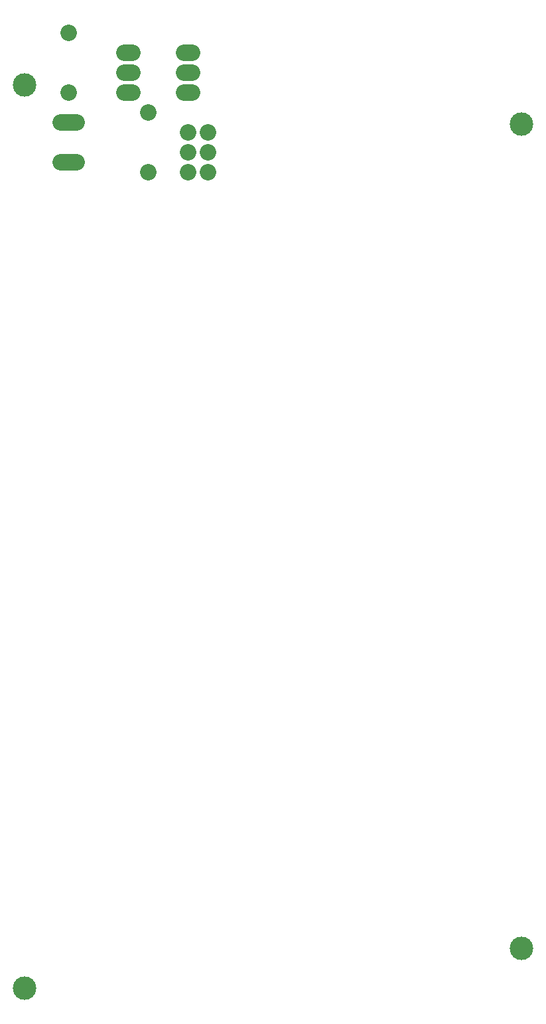
<source format=gts>
G04 Layer: TopSolderMaskLayer*
G04 EasyEDA v6.5.9, 2022-12-18 14:38:18*
G04 6ed9124010b24111a11f212ffacae300,5dd06754fdd742daa6fe38bf62b7df6b,10*
G04 Gerber Generator version 0.2*
G04 Scale: 100 percent, Rotated: No, Reflected: No *
G04 Dimensions in millimeters *
G04 leading zeros omitted , absolute positions ,4 integer and 5 decimal *
%FSLAX45Y45*%
%MOMM*%

%ADD10C,2.1016*%
%ADD11C,3.0000*%

%LPD*%
D10*
X1192999Y1905000D02*
G01*
X1093000Y1905000D01*
X1192999Y1651000D02*
G01*
X1093000Y1651000D01*
X1855000Y1651000D02*
G01*
X1954999Y1651000D01*
X1855000Y1905000D02*
G01*
X1954999Y1905000D01*
X1192999Y1397000D02*
G01*
X1093000Y1397000D01*
X1855000Y1397000D02*
G01*
X1954999Y1397000D01*
X282879Y1013460D02*
G01*
X479120Y1013460D01*
X282879Y510540D02*
G01*
X479120Y510540D01*
X1905000Y889000D02*
G01*
X1905000Y889000D01*
X2159000Y889000D02*
G01*
X2159000Y889000D01*
X1905000Y635000D02*
G01*
X1905000Y635000D01*
X2159000Y635000D02*
G01*
X2159000Y635000D01*
X1905000Y381000D02*
G01*
X1905000Y381000D01*
X2159000Y381000D02*
G01*
X2159000Y381000D01*
X381000Y1397000D02*
G01*
X381000Y1397000D01*
X381000Y2159000D02*
G01*
X381000Y2159000D01*
X1397000Y1143000D02*
G01*
X1397000Y1143000D01*
X1397000Y381000D02*
G01*
X1397000Y381000D01*
D11*
G01*
X-174599Y1489201D03*
G01*
X6164198Y989202D03*
G01*
X-174599Y-10029799D03*
G01*
X6164198Y-9529800D03*
M02*

</source>
